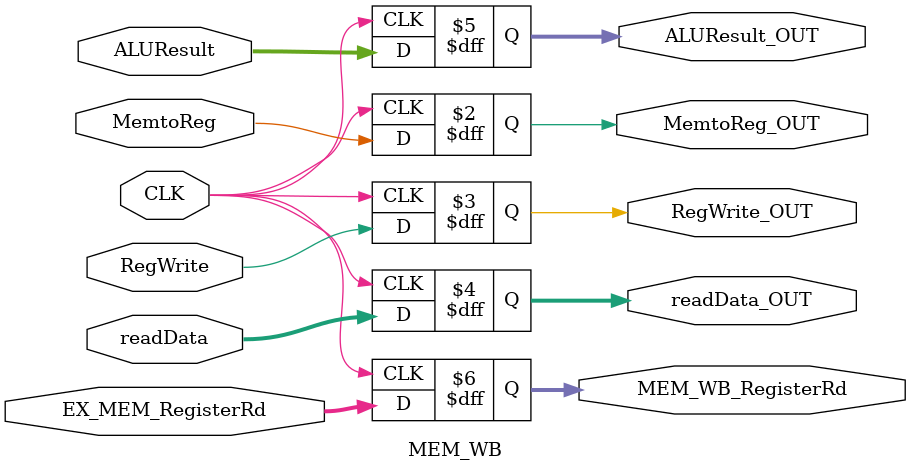
<source format=v>
/* 
 * File Name: StageRegs.v
 * Author:    ZHANG Baozhe
 * Date:      April , 2021
 * ----------------------------
 * This file contains the implementation of the registers 
 * between different stages, i.e., PC, IF/ID, ID/EX, EX/MEM, 
 * and MEM/WB. 
 * 
 */
`ifndef _STAGE_REGS
`define _STAGE_REGS

module PC (
    input               CLK, 
    input               PCWrite, 
    input      [31:0]   in, 
    output reg [31:0]   out
);
    /* 
    * Implementation Notes
    * --------------------
    * INPUTS:
    * CLK      ->      the clock signal
    * PCWrite  ->      the control signal enables PC to write
    * in       ->      input address
    * OUTPUTS:
    * out      ->      new address
    */

    /* Inputs declaration */
    wire                CLK;
    wire                PCWrite;
    wire [31:0]         in;

    /* Initialization */
    initial begin
        
        out <= 32'd0;
    end

    /* Main function */ 
    always @(posedge CLK) begin
        if (PCWrite)
            out <= in;
        // $display("From PC. OUT: %32b", out);
    end

endmodule 

module IF_ID (
    input               CLK, 
    input               Write, 
    input [31:0]        PC_IN, 
    input [31:0]        INS_IN, 
    output reg [31:0]   PC_OUT, 
    output reg [31:0]   INS_OUT 
);
    /* Implementation Notes
    * --------------------
    * INPUTS:
    * CLK      ->      the clock signal
    * Write    ->      the control signal enables IF_ID to write
    * PC_IN    ->      input PC
    * INS_IN   ->      input binary code of the instruction fetched
    * OUTPUTS:
    * PC_OUT   ->      output PC
    * INS_OUT  ->      output instruction
    */

    /* Inputs declaration */
    wire                CLK;
    wire                Write;
    wire [31:0]         PC_IN;
    wire [31:0]         INS_IN;

    /* Main function */
    always @(posedge CLK) begin
        if (Write) begin
            PC_OUT <= PC_IN;
            INS_OUT <= INS_IN;
        end
    end

endmodule

module ID_EX (
    input               CLK, 
    input               Flush, 
    input               MemtoReg, 
    input               RegWrite, 
    input               MemWrite, 
    input               MemRead, 
    input [1:0]         Branch, 
    input               PCSrc, 
    input [3:0]         ALUControl,
    input               ALUSrc, 
    input               RegDst, 
    input [31:0]        readData1,
    input [31:0]        readData2, 
    input [31:0]        extendedData, 
    input [4:0]         IF_ID_RegisterRs,
    input [4:0]         IF_ID_RegisterRt, 
    input [4:0]         IF_ID_RegisterRd, 
    output reg          MemtoReg_OUT, 
    output reg          RegWrite_OUT, 
    output reg          MemWrite_OUT, 
    output reg          MemRead_OUT, 
    output reg [1:0]    Branch_OUT, 
    output reg          PCSrc_OUT, 
    output reg [3:0]    ALUControl_OUT, 
    output reg          ALUSrc_OUT, 
    output reg          RegDst_OUT, 
    output reg [31:0]   readData1_OUT, 
    output reg [31:0]   readData2_OUT, 
    output reg [31:0]   extendedData_OUT, 
    output reg [4:0]    ID_EX_RegisterRs_OUT, 
    output reg [4:0]    ID_EX_RegisterRt_OUT, 
    output reg [4:0]    ID_EX_RegisterRd_OUT
);


    /* Inputs declaration */
    wire                CLK; 
    wire                Flush; 
    wire                MemtoReg; 
    wire                RegWrite; 
    wire                MemWrite; 
    wire                MemRead; 
    wire [1:0]          Branch; 
    wire                PCSrc;
    wire [3:0]          ALUControl;
    wire                ALUSrc; 
    wire                RegDst; 
    wire [31:0]         readData1;
    wire [31:0]         readData2; 
    wire [31:0]         extendedData; 
    wire [4:0]          IF_ID_RegisterRs;
    wire [4:0]          IF_ID_RegisterRt; 
    wire [4:0]          IF_ID_RegisterRd; 


    /* Main  function */ 
    always @(posedge CLK) begin
        if (!Flush) begin
            MemtoReg_OUT <= MemtoReg;
            RegWrite_OUT <= RegWrite;
            MemWrite_OUT <= MemWrite; 
            MemRead_OUT <= MemRead;
            Branch_OUT <= Branch;
            PCSrc_OUT <= PCSrc;
            ALUControl_OUT <= ALUControl;
            ALUSrc_OUT <= ALUSrc;
            RegDst_OUT <= RegDst;
            readData1_OUT <= readData1;
            readData2_OUT <= readData2;
            extendedData_OUT <= extendedData;
            ID_EX_RegisterRs_OUT <= IF_ID_RegisterRs;
            ID_EX_RegisterRt_OUT <= IF_ID_RegisterRt;
            ID_EX_RegisterRd_OUT <= IF_ID_RegisterRd;
        end
        else begin
            MemtoReg_OUT <= 0;
            RegWrite_OUT <= 0;
            MemWrite_OUT <= 0; 
            MemRead_OUT <= 0;
            Branch_OUT <= 0;
            PCSrc_OUT <= 0;
            ALUControl_OUT <= 0;
            ALUSrc_OUT <= 0;
            RegDst_OUT <= 0;
            readData1_OUT <= 0;
            readData2_OUT <= 0;
            extendedData_OUT <= 0;
            ID_EX_RegisterRs_OUT <= 0;
            ID_EX_RegisterRt_OUT <= 0;
            ID_EX_RegisterRd_OUT <= 0;
        end
    end

endmodule

module EX_MEM (
    input               CLK, 
    input               MemtoReg, 
    input               RegWrite, 
    input               MemWrite, 
    input               MemRead, 
    input [31:0]        ALUResult, 
    input               ZERO, 
    input [31:0]        WriteData, 
    input [4:0]         ID_EX_RegisterRd, 
    output reg          MemtoReg_OUT, 
    output reg          RegWrite_OUT, 
    output reg          MemWrite_OUT, 
    output reg          MemRead_OUT, 
    output reg [31:0]   ALUResult_OUT, 
    output reg          ZERO_OUT, 
    output reg [31:0]   WriteData_OUT, 
    output reg [4:0]    EX_MEM_RegisterRd
); 

    /* Inputs declaration */ 
    wire                CLK;
    wire                MemtoReg;
    wire                RegWrite;
    wire                MemWrite;
    wire                MemRead;
    wire [31:0]         ALUResult;
    wire                ZERO;
    wire [31:0]         WriteData;
    wire [4:0]          ID_EX_RegisterRd;

    /* Main function */
    always @(posedge CLK) begin
        MemtoReg_OUT <= MemtoReg;
        RegWrite_OUT <= RegWrite;
        MemWrite_OUT <= MemWrite;
        MemRead_OUT <= MemRead;
        ALUResult_OUT <= ALUResult;
        ZERO_OUT <= ZERO;
        WriteData_OUT <= WriteData;
        EX_MEM_RegisterRd <= ID_EX_RegisterRd;
    end

endmodule 

module MEM_WB (
    input               CLK, 
    input               MemtoReg, 
    input               RegWrite, 
    input [31:0]        readData, 
    input [31:0]        ALUResult, 
    input [4:0]         EX_MEM_RegisterRd, 
    output reg          MemtoReg_OUT, 
    output reg          RegWrite_OUT, 
    output reg [31:0]   readData_OUT, 
    output reg [31:0]   ALUResult_OUT, 
    output reg [4:0]    MEM_WB_RegisterRd
);

    /* Inputs declaration */
    wire                MemtoReg;
    wire                RegWrite;
    wire [31:0]         readData;
    wire [31:0]         ALUResult;
    wire [4:0]          EX_MEM_RegisterRd;

    /* Main function */
    always @(posedge CLK) begin
        MemtoReg_OUT <= MemtoReg;
        RegWrite_OUT <= RegWrite;
        readData_OUT <= readData;
        ALUResult_OUT <= ALUResult;
        MEM_WB_RegisterRd <= EX_MEM_RegisterRd;
    end

endmodule 

`endif 
</source>
